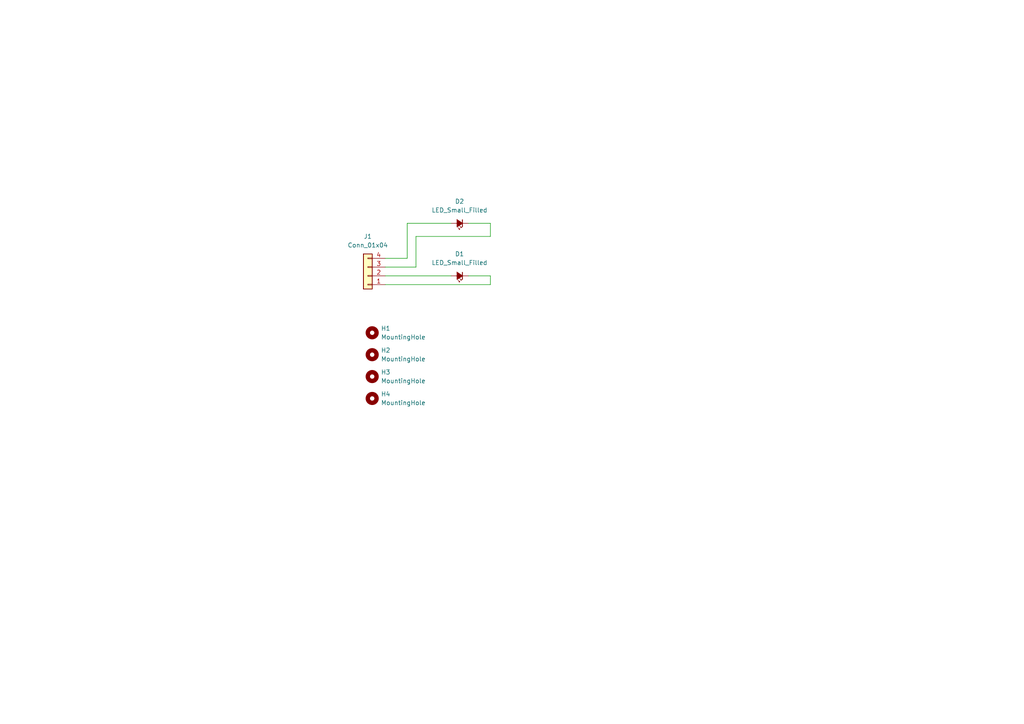
<source format=kicad_sch>
(kicad_sch (version 20231120) (generator "eeschema") (generator_version "8.0")
  (paper "A4")
  (lib_symbols
    (symbol "Connector_Generic:Conn_01x04" (pin_names (offset 1.016) hide)
      (property "Reference" "J" (at 0 5.08 0))
      (property "Value" "Conn_01x04" (at 0 -7.62 0))
      (symbol "Conn_01x04_1_1"
        (rectangle (start -1.27 -4.953) (end 0 -5.207) (stroke (width 0.1524)))
        (rectangle (start -1.27 -2.413) (end 0 -2.667) (stroke (width 0.1524)))
        (rectangle (start -1.27 0.127) (end 0 -0.127) (stroke (width 0.1524)))
        (rectangle (start -1.27 2.667) (end 0 2.413) (stroke (width 0.1524)))
        (rectangle (start -1.27 3.81) (end 1.27 -6.35) (stroke (width 0.254)) (fill (type background)))
        (pin passive line (at -5.08 2.54 0) (length 3.81) (name "Pin_1") (number "1"))
        (pin passive line (at -5.08 0 0) (length 3.81) (name "Pin_2") (number "2"))
        (pin passive line (at -5.08 -2.54 0) (length 3.81) (name "Pin_3") (number "3"))
        (pin passive line (at -5.08 -5.08 0) (length 3.81) (name "Pin_4") (number "4"))
      )
    )
    (symbol "Device:LED_Small_Filled" (pin_numbers hide) (pin_names (offset 0.254) hide)
      (property "Reference" "D" (at -1.27 3.175 0))
      (property "Value" "LED_Small_Filled" (at -4.445 -2.54 0))
      (symbol "LED_Small_Filled_0_1"
        (polyline (pts (xy -0.762 -1.016) (xy -0.762 1.016)) (stroke (width 0.254)))
        (polyline (pts (xy 1.016 0) (xy -0.762 0)))
        (polyline (pts (xy 0.762 -1.016) (xy -0.762 0) (xy 0.762 1.016) (xy 0.762 -1.016)) (stroke (width 0.254)) (fill (type outline)))
        (polyline (pts (xy 0 0.762) (xy -0.508 1.27) (xy -0.254 1.27) (xy -0.508 1.27) (xy -0.508 1.016)))
        (polyline (pts (xy 0.508 1.27) (xy 0 1.778) (xy 0.254 1.778) (xy 0 1.778) (xy 0 1.524)))
      )
      (symbol "LED_Small_Filled_1_1"
        (pin passive line (at -2.54 0 0) (length 1.778) (name "K") (number "1"))
        (pin passive line (at 2.54 0 180) (length 1.778) (name "A") (number "2"))
      )
    )
    (symbol "Mechanical:MountingHole" (pin_names (offset 1.016)) (exclude_from_sim yes) (in_bom no)
      (property "Reference" "H" (at 0 5.08 0))
      (property "Value" "MountingHole" (at 0 3.175 0))
      (symbol "MountingHole_0_1"
        (circle (center 0 0) (radius 1.27) (stroke (width 1.27)))
      )
    )
  )
  (wire (pts (xy 142.24 64.77) (xy 135.89 64.77)))
  (wire (pts (xy 120.65 77.47) (xy 120.65 68.58)))
  (wire (pts (xy 118.11 64.77) (xy 118.11 74.93)))
  (wire (pts (xy 130.81 64.77) (xy 118.11 64.77)))
  (wire (pts (xy 111.76 80.01) (xy 130.81 80.01)))
  (wire (pts (xy 118.11 74.93) (xy 111.76 74.93)))
  (wire (pts (xy 111.76 77.47) (xy 120.65 77.47)))
  (wire (pts (xy 142.24 68.58) (xy 142.24 64.77)))
  (wire (pts (xy 142.24 80.01) (xy 142.24 82.55)))
  (wire (pts (xy 135.89 80.01) (xy 142.24 80.01)))
  (wire (pts (xy 120.65 68.58) (xy 142.24 68.58)))
  (wire (pts (xy 142.24 82.55) (xy 111.76 82.55)))
  (symbol (lib_id "Mechanical:MountingHole") (at 107.95 109.22 0) (unit 1) (exclude_from_sim yes) (in_bom no)
    (property "Reference" "H3" (at 110.49 107.9499 0) (effects (justify left)))
    (property "Value" "MountingHole" (at 110.49 110.4899 0) (effects (justify left)))
    (property "Footprint" "MountingHole:MountingHole_2.2mm_M2" (effects (hide yes)))
    (property "Description" "Mounting Hole without connection" (effects (hide yes)))
  )
  (symbol (lib_id "Device:LED_Small_Filled") (at 133.35 64.77 180) (unit 1)
    (property "Reference" "D2" (at 133.2865 58.42 0))
    (property "Value" "LED_Small_Filled" (at 133.2865 60.96 0))
    (property "Footprint" "LED_THT:LED_D5.0mm" (effects (hide yes)))
    (property "Description" "Light emitting diode, small symbol, filled shape" (effects (hide yes)))
  )
  (symbol (lib_id "Mechanical:MountingHole") (at 107.95 115.57 0) (unit 1) (exclude_from_sim yes) (in_bom no)
    (property "Reference" "H4" (at 110.49 114.2999 0) (effects (justify left)))
    (property "Value" "MountingHole" (at 110.49 116.8399 0) (effects (justify left)))
    (property "Footprint" "MountingHole:MountingHole_2.2mm_M2" (effects (hide yes)))
    (property "Description" "Mounting Hole without connection" (effects (hide yes)))
  )
  (symbol (lib_id "Device:LED_Small_Filled") (at 133.35 80.01 180) (unit 1)
    (property "Reference" "D1" (at 133.2865 73.66 0))
    (property "Value" "LED_Small_Filled" (at 133.2865 76.2 0))
    (property "Footprint" "LED_THT:LED_D5.0mm" (effects (hide yes)))
    (property "Description" "Light emitting diode, small symbol, filled shape" (effects (hide yes)))
  )
  (symbol (lib_id "Connector_Generic:Conn_01x04") (at 106.68 80.01 180) (unit 1)
    (property "Reference" "J1" (at 106.68 68.58 0))
    (property "Value" "Conn_01x04" (at 106.68 71.12 0))
    (property "Footprint" "Connector_JST:JST_PH_S4B-PH-K_1x04_P2.00mm_Horizontal" (effects (hide yes)))
    (property "Description" "Generic connector, single row, 01x04, script generated (kicad-library-utils/schlib/autogen/connector/)" (effects (hide yes)))
  )
  (symbol (lib_id "Mechanical:MountingHole") (at 107.95 102.87 0) (unit 1) (exclude_from_sim yes) (in_bom no)
    (property "Reference" "H2" (at 110.49 101.5999 0) (effects (justify left)))
    (property "Value" "MountingHole" (at 110.49 104.1399 0) (effects (justify left)))
    (property "Footprint" "MountingHole:MountingHole_2.2mm_M2" (effects (hide yes)))
    (property "Description" "Mounting Hole without connection" (effects (hide yes)))
  )
  (symbol (lib_id "Mechanical:MountingHole") (at 107.95 96.52 0) (unit 1) (exclude_from_sim yes) (in_bom no)
    (property "Reference" "H1" (at 110.49 95.2499 0) (effects (justify left)))
    (property "Value" "MountingHole" (at 110.49 97.7899 0) (effects (justify left)))
    (property "Footprint" "MountingHole:MountingHole_2.2mm_M2" (effects (hide yes)))
    (property "Description" "Mounting Hole without connection" (effects (hide yes)))
  )
)
</source>
